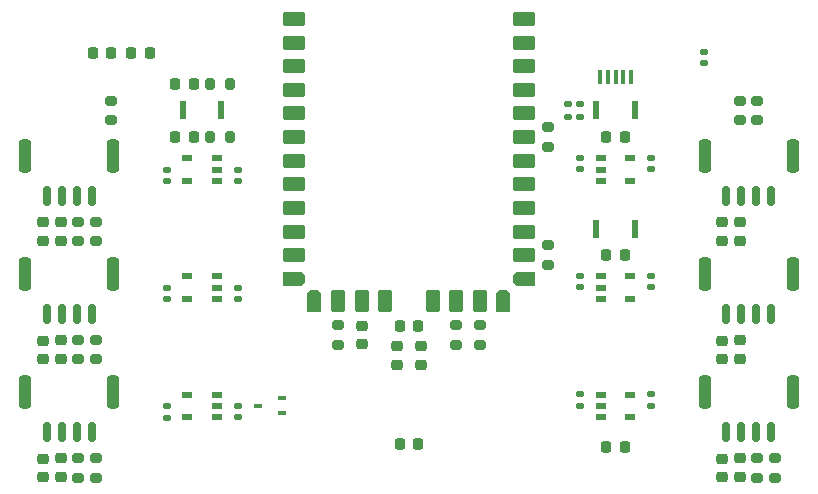
<source format=gbr>
%TF.GenerationSoftware,KiCad,Pcbnew,(6.0.11)*%
%TF.CreationDate,2024-02-14T19:55:53+02:00*%
%TF.ProjectId,AI4EDGE_STM32_v6-rounded,41493445-4447-4455-9f53-544d33325f76,rev?*%
%TF.SameCoordinates,Original*%
%TF.FileFunction,Paste,Top*%
%TF.FilePolarity,Positive*%
%FSLAX46Y46*%
G04 Gerber Fmt 4.6, Leading zero omitted, Abs format (unit mm)*
G04 Created by KiCad (PCBNEW (6.0.11)) date 2024-02-14 19:55:53*
%MOMM*%
%LPD*%
G01*
G04 APERTURE LIST*
G04 Aperture macros list*
%AMRoundRect*
0 Rectangle with rounded corners*
0 $1 Rounding radius*
0 $2 $3 $4 $5 $6 $7 $8 $9 X,Y pos of 4 corners*
0 Add a 4 corners polygon primitive as box body*
4,1,4,$2,$3,$4,$5,$6,$7,$8,$9,$2,$3,0*
0 Add four circle primitives for the rounded corners*
1,1,$1+$1,$2,$3*
1,1,$1+$1,$4,$5*
1,1,$1+$1,$6,$7*
1,1,$1+$1,$8,$9*
0 Add four rect primitives between the rounded corners*
20,1,$1+$1,$2,$3,$4,$5,0*
20,1,$1+$1,$4,$5,$6,$7,0*
20,1,$1+$1,$6,$7,$8,$9,0*
20,1,$1+$1,$8,$9,$2,$3,0*%
%AMOutline5P*
0 Free polygon, 5 corners , with rotation*
0 The origin of the aperture is its center*
0 number of corners: always 5*
0 $1 to $10 corner X, Y*
0 $11 Rotation angle, in degrees counterclockwise*
0 create outline with 5 corners*
4,1,5,$1,$2,$3,$4,$5,$6,$7,$8,$9,$10,$1,$2,$11*%
%AMOutline6P*
0 Free polygon, 6 corners , with rotation*
0 The origin of the aperture is its center*
0 number of corners: always 6*
0 $1 to $12 corner X, Y*
0 $13 Rotation angle, in degrees counterclockwise*
0 create outline with 6 corners*
4,1,6,$1,$2,$3,$4,$5,$6,$7,$8,$9,$10,$11,$12,$1,$2,$13*%
%AMOutline7P*
0 Free polygon, 7 corners , with rotation*
0 The origin of the aperture is its center*
0 number of corners: always 7*
0 $1 to $14 corner X, Y*
0 $15 Rotation angle, in degrees counterclockwise*
0 create outline with 7 corners*
4,1,7,$1,$2,$3,$4,$5,$6,$7,$8,$9,$10,$11,$12,$13,$14,$1,$2,$15*%
%AMOutline8P*
0 Free polygon, 8 corners , with rotation*
0 The origin of the aperture is its center*
0 number of corners: always 8*
0 $1 to $16 corner X, Y*
0 $17 Rotation angle, in degrees counterclockwise*
0 create outline with 8 corners*
4,1,8,$1,$2,$3,$4,$5,$6,$7,$8,$9,$10,$11,$12,$13,$14,$15,$16,$1,$2,$17*%
G04 Aperture macros list end*
%ADD10RoundRect,0.140000X-0.170000X0.140000X-0.170000X-0.140000X0.170000X-0.140000X0.170000X0.140000X0*%
%ADD11RoundRect,0.225000X-0.250000X0.225000X-0.250000X-0.225000X0.250000X-0.225000X0.250000X0.225000X0*%
%ADD12R,0.450000X1.300000*%
%ADD13RoundRect,0.140000X0.170000X-0.140000X0.170000X0.140000X-0.170000X0.140000X-0.170000X-0.140000X0*%
%ADD14RoundRect,0.200000X0.275000X-0.200000X0.275000X0.200000X-0.275000X0.200000X-0.275000X-0.200000X0*%
%ADD15R,0.550000X1.500000*%
%ADD16RoundRect,0.218750X-0.256250X0.218750X-0.256250X-0.218750X0.256250X-0.218750X0.256250X0.218750X0*%
%ADD17RoundRect,0.038500X-0.411500X-0.236500X0.411500X-0.236500X0.411500X0.236500X-0.411500X0.236500X0*%
%ADD18RoundRect,0.225000X0.225000X0.250000X-0.225000X0.250000X-0.225000X-0.250000X0.225000X-0.250000X0*%
%ADD19RoundRect,0.135000X-0.185000X0.135000X-0.185000X-0.135000X0.185000X-0.135000X0.185000X0.135000X0*%
%ADD20RoundRect,0.150000X-0.150000X-0.700000X0.150000X-0.700000X0.150000X0.700000X-0.150000X0.700000X0*%
%ADD21RoundRect,0.250000X-0.250000X-1.150000X0.250000X-1.150000X0.250000X1.150000X-0.250000X1.150000X0*%
%ADD22RoundRect,0.200000X-0.275000X0.200000X-0.275000X-0.200000X0.275000X-0.200000X0.275000X0.200000X0*%
%ADD23RoundRect,0.218750X0.256250X-0.218750X0.256250X0.218750X-0.256250X0.218750X-0.256250X-0.218750X0*%
%ADD24RoundRect,0.094488X0.805512X-0.505512X0.805512X0.505512X-0.805512X0.505512X-0.805512X-0.505512X0*%
%ADD25Outline6P,-0.600000X0.900000X0.600000X0.900000X0.600000X-0.600000X0.300000X-0.900000X-0.300000X-0.900000X-0.600000X-0.600000X90.000000*%
%ADD26Outline6P,-0.600000X0.900000X0.600000X0.900000X0.600000X-0.600000X0.300000X-0.900000X-0.300000X-0.900000X-0.600000X-0.600000X180.000000*%
%ADD27RoundRect,0.094488X0.505512X0.805512X-0.505512X0.805512X-0.505512X-0.805512X0.505512X-0.805512X0*%
%ADD28Outline6P,-0.600000X0.900000X0.600000X0.900000X0.600000X-0.600000X0.300000X-0.900000X-0.300000X-0.900000X-0.600000X-0.600000X270.000000*%
%ADD29RoundRect,0.094488X-0.805512X0.505512X-0.805512X-0.505512X0.805512X-0.505512X0.805512X0.505512X0*%
%ADD30RoundRect,0.038500X0.411500X0.236500X-0.411500X0.236500X-0.411500X-0.236500X0.411500X-0.236500X0*%
%ADD31R,0.700000X0.450000*%
%ADD32RoundRect,0.218750X-0.218750X-0.256250X0.218750X-0.256250X0.218750X0.256250X-0.218750X0.256250X0*%
%ADD33RoundRect,0.225000X-0.225000X-0.250000X0.225000X-0.250000X0.225000X0.250000X-0.225000X0.250000X0*%
%ADD34RoundRect,0.200000X0.200000X0.275000X-0.200000X0.275000X-0.200000X-0.275000X0.200000X-0.275000X0*%
%ADD35RoundRect,0.218750X0.218750X0.256250X-0.218750X0.256250X-0.218750X-0.256250X0.218750X-0.256250X0*%
G04 APERTURE END LIST*
D10*
%TO.C,C15*%
X104500000Y-79770000D03*
X104500000Y-80730000D03*
%TD*%
D11*
%TO.C,C24*%
X151500000Y-84225000D03*
X151500000Y-85775000D03*
%TD*%
D12*
%TO.C,J1*%
X143800000Y-71900000D03*
X143150000Y-71900000D03*
X142500000Y-71900000D03*
X141850000Y-71900000D03*
X141200000Y-71900000D03*
%TD*%
D13*
%TO.C,C4*%
X150000000Y-70730000D03*
X150000000Y-69770000D03*
%TD*%
D10*
%TO.C,C9*%
X110500000Y-79770000D03*
X110500000Y-80730000D03*
%TD*%
%TO.C,C17*%
X104500000Y-99790000D03*
X104500000Y-100750000D03*
%TD*%
D14*
%TO.C,R20*%
X129000000Y-94575000D03*
X129000000Y-92925000D03*
%TD*%
D13*
%TO.C,C14*%
X139500000Y-99730000D03*
X139500000Y-98770000D03*
%TD*%
D11*
%TO.C,C26*%
X151500000Y-104225000D03*
X151500000Y-105775000D03*
%TD*%
D13*
%TO.C,C18*%
X145500000Y-79730000D03*
X145500000Y-78770000D03*
%TD*%
D11*
%TO.C,C22*%
X94000000Y-94225000D03*
X94000000Y-95775000D03*
%TD*%
D13*
%TO.C,C13*%
X139500000Y-89730000D03*
X139500000Y-88770000D03*
%TD*%
D15*
%TO.C,SW3*%
X140875000Y-84750000D03*
X144125000Y-84750000D03*
%TD*%
D16*
%TO.C,D4*%
X121000000Y-92962500D03*
X121000000Y-94537500D03*
%TD*%
D17*
%TO.C,U6*%
X141250000Y-98800000D03*
X141250000Y-99750000D03*
X141250000Y-100700000D03*
X143750000Y-100700000D03*
X143750000Y-98800000D03*
%TD*%
D18*
%TO.C,C2*%
X143275000Y-103250000D03*
X141725000Y-103250000D03*
%TD*%
D19*
%TO.C,R7*%
X138500000Y-74240000D03*
X138500000Y-75260000D03*
%TD*%
D14*
%TO.C,R4*%
X136750000Y-77825000D03*
X136750000Y-76175000D03*
%TD*%
D13*
%TO.C,C10*%
X110500000Y-90730000D03*
X110500000Y-89770000D03*
%TD*%
D17*
%TO.C,U5*%
X141250000Y-88800000D03*
X141250000Y-89750000D03*
X141250000Y-90700000D03*
X143750000Y-90700000D03*
X143750000Y-88800000D03*
%TD*%
D20*
%TO.C,J6*%
X94375000Y-101950000D03*
X95625000Y-101950000D03*
X96875000Y-101950000D03*
X98125000Y-101950000D03*
D21*
X92525000Y-98600000D03*
X99975000Y-98600000D03*
%TD*%
D11*
%TO.C,C25*%
X151500000Y-94225000D03*
X151500000Y-95775000D03*
%TD*%
D22*
%TO.C,R2*%
X99750000Y-73925000D03*
X99750000Y-75575000D03*
%TD*%
%TO.C,R14*%
X119000000Y-92925000D03*
X119000000Y-94575000D03*
%TD*%
D23*
%TO.C,FB2*%
X126000000Y-96287500D03*
X126000000Y-94712500D03*
%TD*%
D24*
%TO.C,M1*%
X115300000Y-67000000D03*
X115300000Y-69000000D03*
X115300000Y-71000000D03*
X115300000Y-73000000D03*
X115300000Y-75000000D03*
X115300000Y-77000000D03*
X115300000Y-79000000D03*
X115300000Y-81000000D03*
X115300000Y-83000000D03*
X115300000Y-85000000D03*
X115300000Y-87000000D03*
D25*
X115300000Y-89000000D03*
D26*
X117000000Y-90900000D03*
D27*
X119000000Y-90900000D03*
X121000000Y-90900000D03*
X123000000Y-90900000D03*
X127000000Y-90900000D03*
X129000000Y-90900000D03*
X131000000Y-90900000D03*
D26*
X133000000Y-90900000D03*
D28*
X134700000Y-89000000D03*
D29*
X134700000Y-87000000D03*
X134700000Y-85000000D03*
X134700000Y-83000000D03*
X134700000Y-81000000D03*
X134700000Y-79000000D03*
X134700000Y-77000000D03*
X134700000Y-75000000D03*
X134700000Y-73000000D03*
X134700000Y-71000000D03*
X134700000Y-69000000D03*
X134700000Y-67000000D03*
%TD*%
D30*
%TO.C,U3*%
X108750000Y-100700000D03*
X108750000Y-99750000D03*
X108750000Y-98800000D03*
X106250000Y-98800000D03*
X106250000Y-100700000D03*
%TD*%
D22*
%TO.C,R11*%
X97000000Y-94175000D03*
X97000000Y-95825000D03*
%TD*%
%TO.C,R12*%
X98500000Y-84175000D03*
X98500000Y-85825000D03*
%TD*%
%TO.C,R9*%
X153000000Y-73925000D03*
X153000000Y-75575000D03*
%TD*%
D20*
%TO.C,J5*%
X94375000Y-91950000D03*
X95625000Y-91950000D03*
X96875000Y-91950000D03*
X98125000Y-91950000D03*
D21*
X99975000Y-88600000D03*
X92525000Y-88600000D03*
%TD*%
D19*
%TO.C,R8*%
X139500000Y-74240000D03*
X139500000Y-75260000D03*
%TD*%
D16*
%TO.C,FB4*%
X95500000Y-94212500D03*
X95500000Y-95787500D03*
%TD*%
D31*
%TO.C,D3*%
X114250000Y-100400000D03*
X114250000Y-99100000D03*
X112250000Y-99750000D03*
%TD*%
D16*
%TO.C,FB3*%
X95504000Y-84212500D03*
X95504000Y-85787500D03*
%TD*%
D32*
%TO.C,D2*%
X105212500Y-77000000D03*
X106787500Y-77000000D03*
%TD*%
D11*
%TO.C,C21*%
X94000000Y-84225000D03*
X94000000Y-85775000D03*
%TD*%
D17*
%TO.C,U4*%
X141250000Y-78800000D03*
X141250000Y-79750000D03*
X141250000Y-80700000D03*
X143750000Y-80700000D03*
X143750000Y-78800000D03*
%TD*%
D22*
%TO.C,R10*%
X98500000Y-94175000D03*
X98500000Y-95825000D03*
%TD*%
D11*
%TO.C,C23*%
X94000000Y-104225000D03*
X94000000Y-105775000D03*
%TD*%
D20*
%TO.C,J4*%
X94375000Y-81950000D03*
X95625000Y-81950000D03*
X96875000Y-81950000D03*
X98125000Y-81950000D03*
D21*
X99975000Y-78600000D03*
X92525000Y-78600000D03*
%TD*%
D20*
%TO.C,J7*%
X151875000Y-81950000D03*
X153125000Y-81950000D03*
X154375000Y-81950000D03*
X155625000Y-81950000D03*
D21*
X157475000Y-78600000D03*
X150025000Y-78600000D03*
%TD*%
D22*
%TO.C,R6*%
X136750000Y-86175000D03*
X136750000Y-87825000D03*
%TD*%
D18*
%TO.C,C6*%
X125775000Y-103000000D03*
X124225000Y-103000000D03*
%TD*%
D16*
%TO.C,FB6*%
X153000000Y-84212500D03*
X153000000Y-85787500D03*
%TD*%
D22*
%TO.C,R18*%
X98500000Y-104175000D03*
X98500000Y-105825000D03*
%TD*%
D20*
%TO.C,J9*%
X151875000Y-101950000D03*
X153125000Y-101950000D03*
X154375000Y-101950000D03*
X155625000Y-101950000D03*
D21*
X157475000Y-98600000D03*
X150025000Y-98600000D03*
%TD*%
D22*
%TO.C,R5*%
X154500000Y-73925000D03*
X154500000Y-75575000D03*
%TD*%
D13*
%TO.C,C19*%
X145500000Y-89730000D03*
X145500000Y-88770000D03*
%TD*%
D33*
%TO.C,C1*%
X98225000Y-69890000D03*
X99775000Y-69890000D03*
%TD*%
D22*
%TO.C,R13*%
X97000000Y-84175000D03*
X97000000Y-85825000D03*
%TD*%
D14*
%TO.C,R19*%
X131000000Y-94575000D03*
X131000000Y-92925000D03*
%TD*%
D15*
%TO.C,SW1*%
X109125000Y-74750000D03*
X105875000Y-74750000D03*
%TD*%
D18*
%TO.C,C7*%
X125775000Y-93000000D03*
X124225000Y-93000000D03*
%TD*%
D34*
%TO.C,R3*%
X109825000Y-77000000D03*
X108175000Y-77000000D03*
%TD*%
D13*
%TO.C,C12*%
X139500000Y-79730000D03*
X139500000Y-78770000D03*
%TD*%
D22*
%TO.C,R17*%
X97000000Y-104175000D03*
X97000000Y-105825000D03*
%TD*%
D34*
%TO.C,R1*%
X109825000Y-72500000D03*
X108175000Y-72500000D03*
%TD*%
D15*
%TO.C,SW2*%
X140875000Y-74750000D03*
X144125000Y-74750000D03*
%TD*%
D13*
%TO.C,C20*%
X145500000Y-99730000D03*
X145500000Y-98770000D03*
%TD*%
D30*
%TO.C,U2*%
X108750000Y-90700000D03*
X108750000Y-89750000D03*
X108750000Y-88800000D03*
X106250000Y-88800000D03*
X106250000Y-90700000D03*
%TD*%
D22*
%TO.C,R16*%
X156000000Y-104175000D03*
X156000000Y-105825000D03*
%TD*%
D18*
%TO.C,C5*%
X143275000Y-87000000D03*
X141725000Y-87000000D03*
%TD*%
D20*
%TO.C,J8*%
X151875000Y-91950000D03*
X153125000Y-91950000D03*
X154375000Y-91950000D03*
X155625000Y-91950000D03*
D21*
X157475000Y-88600000D03*
X150025000Y-88600000D03*
%TD*%
D32*
%TO.C,D1*%
X105212500Y-72500000D03*
X106787500Y-72500000D03*
%TD*%
D16*
%TO.C,FB8*%
X153000000Y-104212500D03*
X153000000Y-105787500D03*
%TD*%
D30*
%TO.C,U1*%
X108750000Y-80700000D03*
X108750000Y-79750000D03*
X108750000Y-78800000D03*
X106250000Y-78800000D03*
X106250000Y-80700000D03*
%TD*%
D16*
%TO.C,FB7*%
X153000000Y-94212500D03*
X153000000Y-95787500D03*
%TD*%
D10*
%TO.C,C16*%
X104500000Y-89770000D03*
X104500000Y-90730000D03*
%TD*%
%TO.C,C11*%
X110500000Y-99770000D03*
X110500000Y-100730000D03*
%TD*%
D35*
%TO.C,FB1*%
X103037500Y-69890000D03*
X101462500Y-69890000D03*
%TD*%
D18*
%TO.C,C3*%
X143275000Y-77000000D03*
X141725000Y-77000000D03*
%TD*%
D11*
%TO.C,C8*%
X124000000Y-94725000D03*
X124000000Y-96275000D03*
%TD*%
D16*
%TO.C,FB5*%
X95500000Y-104212500D03*
X95500000Y-105787500D03*
%TD*%
D22*
%TO.C,R15*%
X154500000Y-104175000D03*
X154500000Y-105825000D03*
%TD*%
M02*

</source>
